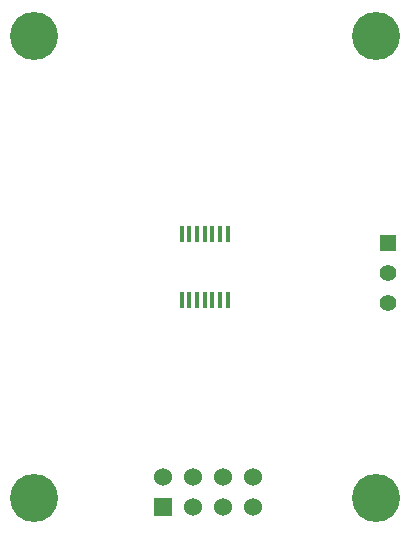
<source format=gbs>
G04 (created by PCBNEW (2013-may-18)-stable) date Wed 08 Oct 2014 11:37:39 BST*
%MOIN*%
G04 Gerber Fmt 3.4, Leading zero omitted, Abs format*
%FSLAX34Y34*%
G01*
G70*
G90*
G04 APERTURE LIST*
%ADD10C,0.00590551*%
%ADD11R,0.0165X0.0579*%
%ADD12R,0.055X0.055*%
%ADD13C,0.055*%
%ADD14R,0.06X0.06*%
%ADD15C,0.06*%
%ADD16C,0.16*%
G04 APERTURE END LIST*
G54D10*
G54D11*
X151500Y-95398D03*
X151756Y-95398D03*
X152012Y-95398D03*
X152268Y-95398D03*
X152268Y-97602D03*
X150732Y-95398D03*
X150988Y-95398D03*
X151244Y-95398D03*
X152012Y-97602D03*
X151756Y-97602D03*
X151500Y-97602D03*
X151244Y-97602D03*
X150988Y-97602D03*
X150732Y-97602D03*
G54D12*
X157600Y-95700D03*
G54D13*
X157600Y-96700D03*
X157600Y-97700D03*
G54D14*
X150100Y-104500D03*
G54D15*
X150100Y-103500D03*
X151100Y-104500D03*
X151100Y-103500D03*
X152100Y-104500D03*
X152100Y-103500D03*
X153100Y-104500D03*
X153100Y-103500D03*
G54D16*
X157200Y-104200D03*
X145800Y-104200D03*
X145800Y-88800D03*
X157200Y-88800D03*
M02*

</source>
